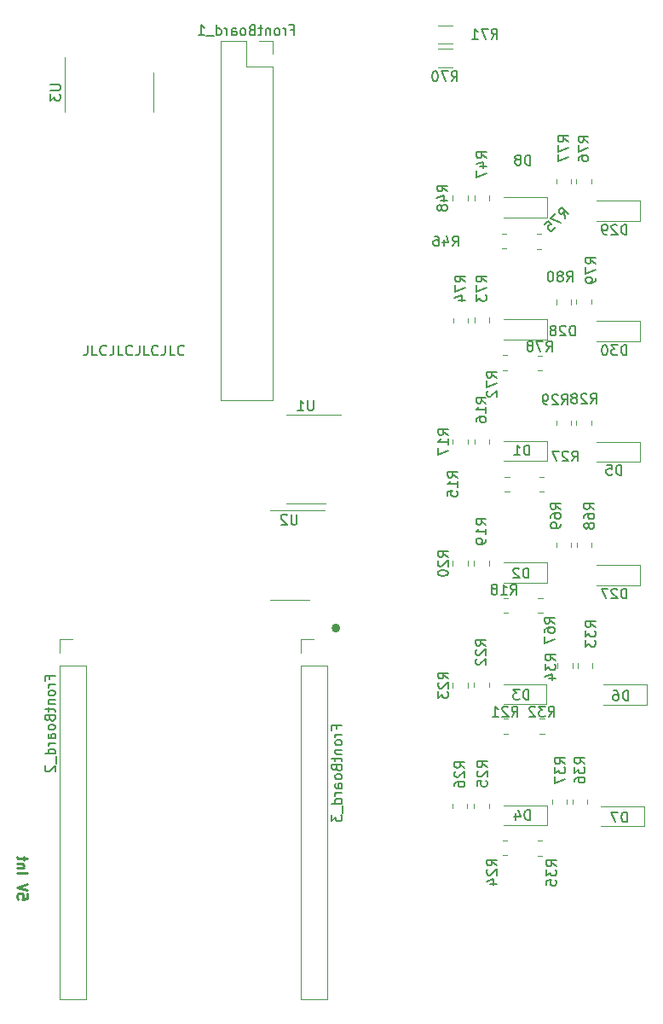
<source format=gbr>
%TF.GenerationSoftware,KiCad,Pcbnew,(6.0.6)*%
%TF.CreationDate,2022-11-26T14:50:16+01:00*%
%TF.ProjectId,wt,77742e6b-6963-4616-945f-706362585858,rev?*%
%TF.SameCoordinates,Original*%
%TF.FileFunction,Legend,Bot*%
%TF.FilePolarity,Positive*%
%FSLAX46Y46*%
G04 Gerber Fmt 4.6, Leading zero omitted, Abs format (unit mm)*
G04 Created by KiCad (PCBNEW (6.0.6)) date 2022-11-26 14:50:16*
%MOMM*%
%LPD*%
G01*
G04 APERTURE LIST*
%ADD10C,0.438673*%
%ADD11C,0.250000*%
%ADD12C,0.150000*%
%ADD13C,0.120000*%
G04 APERTURE END LIST*
D10*
X39563936Y-61544200D02*
G75*
G03*
X39563936Y-61544200I-219336J0D01*
G01*
D11*
X8675619Y-87907619D02*
X8675619Y-88383809D01*
X8199428Y-88431428D01*
X8247047Y-88383809D01*
X8294666Y-88288571D01*
X8294666Y-88050476D01*
X8247047Y-87955238D01*
X8199428Y-87907619D01*
X8104190Y-87860000D01*
X7866095Y-87860000D01*
X7770857Y-87907619D01*
X7723238Y-87955238D01*
X7675619Y-88050476D01*
X7675619Y-88288571D01*
X7723238Y-88383809D01*
X7770857Y-88431428D01*
X8675619Y-87574285D02*
X7675619Y-87240952D01*
X8675619Y-86907619D01*
X7675619Y-85812380D02*
X8675619Y-85812380D01*
X8342285Y-85336190D02*
X7675619Y-85336190D01*
X8247047Y-85336190D02*
X8294666Y-85288571D01*
X8342285Y-85193333D01*
X8342285Y-85050476D01*
X8294666Y-84955238D01*
X8199428Y-84907619D01*
X7675619Y-84907619D01*
X8342285Y-84574285D02*
X8342285Y-84193333D01*
X8675619Y-84431428D02*
X7818476Y-84431428D01*
X7723238Y-84383809D01*
X7675619Y-84288571D01*
X7675619Y-84193333D01*
D12*
%TO.C,REF\u002A\u002A*%
X14684952Y-33488380D02*
X14684952Y-34202666D01*
X14637333Y-34345523D01*
X14542095Y-34440761D01*
X14399238Y-34488380D01*
X14304000Y-34488380D01*
X15637333Y-34488380D02*
X15161142Y-34488380D01*
X15161142Y-33488380D01*
X16542095Y-34393142D02*
X16494476Y-34440761D01*
X16351619Y-34488380D01*
X16256380Y-34488380D01*
X16113523Y-34440761D01*
X16018285Y-34345523D01*
X15970666Y-34250285D01*
X15923047Y-34059809D01*
X15923047Y-33916952D01*
X15970666Y-33726476D01*
X16018285Y-33631238D01*
X16113523Y-33536000D01*
X16256380Y-33488380D01*
X16351619Y-33488380D01*
X16494476Y-33536000D01*
X16542095Y-33583619D01*
X17256380Y-33488380D02*
X17256380Y-34202666D01*
X17208761Y-34345523D01*
X17113523Y-34440761D01*
X16970666Y-34488380D01*
X16875428Y-34488380D01*
X18208761Y-34488380D02*
X17732571Y-34488380D01*
X17732571Y-33488380D01*
X19113523Y-34393142D02*
X19065904Y-34440761D01*
X18923047Y-34488380D01*
X18827809Y-34488380D01*
X18684952Y-34440761D01*
X18589714Y-34345523D01*
X18542095Y-34250285D01*
X18494476Y-34059809D01*
X18494476Y-33916952D01*
X18542095Y-33726476D01*
X18589714Y-33631238D01*
X18684952Y-33536000D01*
X18827809Y-33488380D01*
X18923047Y-33488380D01*
X19065904Y-33536000D01*
X19113523Y-33583619D01*
X19827809Y-33488380D02*
X19827809Y-34202666D01*
X19780190Y-34345523D01*
X19684952Y-34440761D01*
X19542095Y-34488380D01*
X19446857Y-34488380D01*
X20780190Y-34488380D02*
X20304000Y-34488380D01*
X20304000Y-33488380D01*
X21684952Y-34393142D02*
X21637333Y-34440761D01*
X21494476Y-34488380D01*
X21399238Y-34488380D01*
X21256380Y-34440761D01*
X21161142Y-34345523D01*
X21113523Y-34250285D01*
X21065904Y-34059809D01*
X21065904Y-33916952D01*
X21113523Y-33726476D01*
X21161142Y-33631238D01*
X21256380Y-33536000D01*
X21399238Y-33488380D01*
X21494476Y-33488380D01*
X21637333Y-33536000D01*
X21684952Y-33583619D01*
X22399238Y-33488380D02*
X22399238Y-34202666D01*
X22351619Y-34345523D01*
X22256380Y-34440761D01*
X22113523Y-34488380D01*
X22018285Y-34488380D01*
X23351619Y-34488380D02*
X22875428Y-34488380D01*
X22875428Y-33488380D01*
X24256380Y-34393142D02*
X24208761Y-34440761D01*
X24065904Y-34488380D01*
X23970666Y-34488380D01*
X23827809Y-34440761D01*
X23732571Y-34345523D01*
X23684952Y-34250285D01*
X23637333Y-34059809D01*
X23637333Y-33916952D01*
X23684952Y-33726476D01*
X23732571Y-33631238D01*
X23827809Y-33536000D01*
X23970666Y-33488380D01*
X24065904Y-33488380D01*
X24208761Y-33536000D01*
X24256380Y-33583619D01*
%TO.C,FrontBoard_3*%
X39425571Y-71565047D02*
X39425571Y-71231714D01*
X39949380Y-71231714D02*
X38949380Y-71231714D01*
X38949380Y-71707904D01*
X39949380Y-72088857D02*
X39282714Y-72088857D01*
X39473190Y-72088857D02*
X39377952Y-72136476D01*
X39330333Y-72184095D01*
X39282714Y-72279333D01*
X39282714Y-72374571D01*
X39949380Y-72850761D02*
X39901761Y-72755523D01*
X39854142Y-72707904D01*
X39758904Y-72660285D01*
X39473190Y-72660285D01*
X39377952Y-72707904D01*
X39330333Y-72755523D01*
X39282714Y-72850761D01*
X39282714Y-72993619D01*
X39330333Y-73088857D01*
X39377952Y-73136476D01*
X39473190Y-73184095D01*
X39758904Y-73184095D01*
X39854142Y-73136476D01*
X39901761Y-73088857D01*
X39949380Y-72993619D01*
X39949380Y-72850761D01*
X39282714Y-73612666D02*
X39949380Y-73612666D01*
X39377952Y-73612666D02*
X39330333Y-73660285D01*
X39282714Y-73755523D01*
X39282714Y-73898380D01*
X39330333Y-73993619D01*
X39425571Y-74041238D01*
X39949380Y-74041238D01*
X39282714Y-74374571D02*
X39282714Y-74755523D01*
X38949380Y-74517428D02*
X39806523Y-74517428D01*
X39901761Y-74565047D01*
X39949380Y-74660285D01*
X39949380Y-74755523D01*
X39425571Y-75422190D02*
X39473190Y-75565047D01*
X39520809Y-75612666D01*
X39616047Y-75660285D01*
X39758904Y-75660285D01*
X39854142Y-75612666D01*
X39901761Y-75565047D01*
X39949380Y-75469809D01*
X39949380Y-75088857D01*
X38949380Y-75088857D01*
X38949380Y-75422190D01*
X38997000Y-75517428D01*
X39044619Y-75565047D01*
X39139857Y-75612666D01*
X39235095Y-75612666D01*
X39330333Y-75565047D01*
X39377952Y-75517428D01*
X39425571Y-75422190D01*
X39425571Y-75088857D01*
X39949380Y-76231714D02*
X39901761Y-76136476D01*
X39854142Y-76088857D01*
X39758904Y-76041238D01*
X39473190Y-76041238D01*
X39377952Y-76088857D01*
X39330333Y-76136476D01*
X39282714Y-76231714D01*
X39282714Y-76374571D01*
X39330333Y-76469809D01*
X39377952Y-76517428D01*
X39473190Y-76565047D01*
X39758904Y-76565047D01*
X39854142Y-76517428D01*
X39901761Y-76469809D01*
X39949380Y-76374571D01*
X39949380Y-76231714D01*
X39949380Y-77422190D02*
X39425571Y-77422190D01*
X39330333Y-77374571D01*
X39282714Y-77279333D01*
X39282714Y-77088857D01*
X39330333Y-76993619D01*
X39901761Y-77422190D02*
X39949380Y-77326952D01*
X39949380Y-77088857D01*
X39901761Y-76993619D01*
X39806523Y-76946000D01*
X39711285Y-76946000D01*
X39616047Y-76993619D01*
X39568428Y-77088857D01*
X39568428Y-77326952D01*
X39520809Y-77422190D01*
X39949380Y-77898380D02*
X39282714Y-77898380D01*
X39473190Y-77898380D02*
X39377952Y-77946000D01*
X39330333Y-77993619D01*
X39282714Y-78088857D01*
X39282714Y-78184095D01*
X39949380Y-78946000D02*
X38949380Y-78946000D01*
X39901761Y-78946000D02*
X39949380Y-78850761D01*
X39949380Y-78660285D01*
X39901761Y-78565047D01*
X39854142Y-78517428D01*
X39758904Y-78469809D01*
X39473190Y-78469809D01*
X39377952Y-78517428D01*
X39330333Y-78565047D01*
X39282714Y-78660285D01*
X39282714Y-78850761D01*
X39330333Y-78946000D01*
X40044619Y-79184095D02*
X40044619Y-79946000D01*
X38949380Y-80088857D02*
X38949380Y-80707904D01*
X39330333Y-80374571D01*
X39330333Y-80517428D01*
X39377952Y-80612666D01*
X39425571Y-80660285D01*
X39520809Y-80707904D01*
X39758904Y-80707904D01*
X39854142Y-80660285D01*
X39901761Y-80612666D01*
X39949380Y-80517428D01*
X39949380Y-80231714D01*
X39901761Y-80136476D01*
X39854142Y-80088857D01*
%TO.C,R16*%
X54274980Y-39235142D02*
X53798790Y-38901809D01*
X54274980Y-38663714D02*
X53274980Y-38663714D01*
X53274980Y-39044666D01*
X53322600Y-39139904D01*
X53370219Y-39187523D01*
X53465457Y-39235142D01*
X53608314Y-39235142D01*
X53703552Y-39187523D01*
X53751171Y-39139904D01*
X53798790Y-39044666D01*
X53798790Y-38663714D01*
X54274980Y-40187523D02*
X54274980Y-39616095D01*
X54274980Y-39901809D02*
X53274980Y-39901809D01*
X53417838Y-39806571D01*
X53513076Y-39711333D01*
X53560695Y-39616095D01*
X53274980Y-41044666D02*
X53274980Y-40854190D01*
X53322600Y-40758952D01*
X53370219Y-40711333D01*
X53513076Y-40616095D01*
X53703552Y-40568476D01*
X54084504Y-40568476D01*
X54179742Y-40616095D01*
X54227361Y-40663714D01*
X54274980Y-40758952D01*
X54274980Y-40949428D01*
X54227361Y-41044666D01*
X54179742Y-41092285D01*
X54084504Y-41139904D01*
X53846409Y-41139904D01*
X53751171Y-41092285D01*
X53703552Y-41044666D01*
X53655933Y-40949428D01*
X53655933Y-40758952D01*
X53703552Y-40663714D01*
X53751171Y-40616095D01*
X53846409Y-40568476D01*
%TO.C,R37*%
X62123580Y-75023742D02*
X61647390Y-74690409D01*
X62123580Y-74452314D02*
X61123580Y-74452314D01*
X61123580Y-74833266D01*
X61171200Y-74928504D01*
X61218819Y-74976123D01*
X61314057Y-75023742D01*
X61456914Y-75023742D01*
X61552152Y-74976123D01*
X61599771Y-74928504D01*
X61647390Y-74833266D01*
X61647390Y-74452314D01*
X61123580Y-75357076D02*
X61123580Y-75976123D01*
X61504533Y-75642790D01*
X61504533Y-75785647D01*
X61552152Y-75880885D01*
X61599771Y-75928504D01*
X61695009Y-75976123D01*
X61933104Y-75976123D01*
X62028342Y-75928504D01*
X62075961Y-75880885D01*
X62123580Y-75785647D01*
X62123580Y-75499933D01*
X62075961Y-75404695D01*
X62028342Y-75357076D01*
X61123580Y-76309457D02*
X61123580Y-76976123D01*
X62123580Y-76547552D01*
%TO.C,R21*%
X56827657Y-70327780D02*
X57160990Y-69851590D01*
X57399085Y-70327780D02*
X57399085Y-69327780D01*
X57018133Y-69327780D01*
X56922895Y-69375400D01*
X56875276Y-69423019D01*
X56827657Y-69518257D01*
X56827657Y-69661114D01*
X56875276Y-69756352D01*
X56922895Y-69803971D01*
X57018133Y-69851590D01*
X57399085Y-69851590D01*
X56446704Y-69423019D02*
X56399085Y-69375400D01*
X56303847Y-69327780D01*
X56065752Y-69327780D01*
X55970514Y-69375400D01*
X55922895Y-69423019D01*
X55875276Y-69518257D01*
X55875276Y-69613495D01*
X55922895Y-69756352D01*
X56494323Y-70327780D01*
X55875276Y-70327780D01*
X54922895Y-70327780D02*
X55494323Y-70327780D01*
X55208609Y-70327780D02*
X55208609Y-69327780D01*
X55303847Y-69470638D01*
X55399085Y-69565876D01*
X55494323Y-69613495D01*
%TO.C,R76*%
X64434980Y-13327142D02*
X63958790Y-12993809D01*
X64434980Y-12755714D02*
X63434980Y-12755714D01*
X63434980Y-13136666D01*
X63482600Y-13231904D01*
X63530219Y-13279523D01*
X63625457Y-13327142D01*
X63768314Y-13327142D01*
X63863552Y-13279523D01*
X63911171Y-13231904D01*
X63958790Y-13136666D01*
X63958790Y-12755714D01*
X63434980Y-13660476D02*
X63434980Y-14327142D01*
X64434980Y-13898571D01*
X63434980Y-15136666D02*
X63434980Y-14946190D01*
X63482600Y-14850952D01*
X63530219Y-14803333D01*
X63673076Y-14708095D01*
X63863552Y-14660476D01*
X64244504Y-14660476D01*
X64339742Y-14708095D01*
X64387361Y-14755714D01*
X64434980Y-14850952D01*
X64434980Y-15041428D01*
X64387361Y-15136666D01*
X64339742Y-15184285D01*
X64244504Y-15231904D01*
X64006409Y-15231904D01*
X63911171Y-15184285D01*
X63863552Y-15136666D01*
X63815933Y-15041428D01*
X63815933Y-14850952D01*
X63863552Y-14755714D01*
X63911171Y-14708095D01*
X64006409Y-14660476D01*
%TO.C,D7*%
X68276695Y-80792580D02*
X68276695Y-79792580D01*
X68038600Y-79792580D01*
X67895742Y-79840200D01*
X67800504Y-79935438D01*
X67752885Y-80030676D01*
X67705266Y-80221152D01*
X67705266Y-80364009D01*
X67752885Y-80554485D01*
X67800504Y-80649723D01*
X67895742Y-80744961D01*
X68038600Y-80792580D01*
X68276695Y-80792580D01*
X67371933Y-79792580D02*
X66705266Y-79792580D01*
X67133838Y-80792580D01*
%TO.C,R68*%
X65019180Y-49776142D02*
X64542990Y-49442809D01*
X65019180Y-49204714D02*
X64019180Y-49204714D01*
X64019180Y-49585666D01*
X64066800Y-49680904D01*
X64114419Y-49728523D01*
X64209657Y-49776142D01*
X64352514Y-49776142D01*
X64447752Y-49728523D01*
X64495371Y-49680904D01*
X64542990Y-49585666D01*
X64542990Y-49204714D01*
X64019180Y-50633285D02*
X64019180Y-50442809D01*
X64066800Y-50347571D01*
X64114419Y-50299952D01*
X64257276Y-50204714D01*
X64447752Y-50157095D01*
X64828704Y-50157095D01*
X64923942Y-50204714D01*
X64971561Y-50252333D01*
X65019180Y-50347571D01*
X65019180Y-50538047D01*
X64971561Y-50633285D01*
X64923942Y-50680904D01*
X64828704Y-50728523D01*
X64590609Y-50728523D01*
X64495371Y-50680904D01*
X64447752Y-50633285D01*
X64400133Y-50538047D01*
X64400133Y-50347571D01*
X64447752Y-50252333D01*
X64495371Y-50204714D01*
X64590609Y-50157095D01*
X64447752Y-51299952D02*
X64400133Y-51204714D01*
X64352514Y-51157095D01*
X64257276Y-51109476D01*
X64209657Y-51109476D01*
X64114419Y-51157095D01*
X64066800Y-51204714D01*
X64019180Y-51299952D01*
X64019180Y-51490428D01*
X64066800Y-51585666D01*
X64114419Y-51633285D01*
X64209657Y-51680904D01*
X64257276Y-51680904D01*
X64352514Y-51633285D01*
X64400133Y-51585666D01*
X64447752Y-51490428D01*
X64447752Y-51299952D01*
X64495371Y-51204714D01*
X64542990Y-51157095D01*
X64638228Y-51109476D01*
X64828704Y-51109476D01*
X64923942Y-51157095D01*
X64971561Y-51204714D01*
X65019180Y-51299952D01*
X65019180Y-51490428D01*
X64971561Y-51585666D01*
X64923942Y-51633285D01*
X64828704Y-51680904D01*
X64638228Y-51680904D01*
X64542990Y-51633285D01*
X64495371Y-51585666D01*
X64447752Y-51490428D01*
%TO.C,R28*%
X64650857Y-39263580D02*
X64984190Y-38787390D01*
X65222285Y-39263580D02*
X65222285Y-38263580D01*
X64841333Y-38263580D01*
X64746095Y-38311200D01*
X64698476Y-38358819D01*
X64650857Y-38454057D01*
X64650857Y-38596914D01*
X64698476Y-38692152D01*
X64746095Y-38739771D01*
X64841333Y-38787390D01*
X65222285Y-38787390D01*
X64269904Y-38358819D02*
X64222285Y-38311200D01*
X64127047Y-38263580D01*
X63888952Y-38263580D01*
X63793714Y-38311200D01*
X63746095Y-38358819D01*
X63698476Y-38454057D01*
X63698476Y-38549295D01*
X63746095Y-38692152D01*
X64317523Y-39263580D01*
X63698476Y-39263580D01*
X63127047Y-38692152D02*
X63222285Y-38644533D01*
X63269904Y-38596914D01*
X63317523Y-38501676D01*
X63317523Y-38454057D01*
X63269904Y-38358819D01*
X63222285Y-38311200D01*
X63127047Y-38263580D01*
X62936571Y-38263580D01*
X62841333Y-38311200D01*
X62793714Y-38358819D01*
X62746095Y-38454057D01*
X62746095Y-38501676D01*
X62793714Y-38596914D01*
X62841333Y-38644533D01*
X62936571Y-38692152D01*
X63127047Y-38692152D01*
X63222285Y-38739771D01*
X63269904Y-38787390D01*
X63317523Y-38882628D01*
X63317523Y-39073104D01*
X63269904Y-39168342D01*
X63222285Y-39215961D01*
X63127047Y-39263580D01*
X62936571Y-39263580D01*
X62841333Y-39215961D01*
X62793714Y-39168342D01*
X62746095Y-39073104D01*
X62746095Y-38882628D01*
X62793714Y-38787390D01*
X62841333Y-38739771D01*
X62936571Y-38692152D01*
%TO.C,D5*%
X67743295Y-46349180D02*
X67743295Y-45349180D01*
X67505200Y-45349180D01*
X67362342Y-45396800D01*
X67267104Y-45492038D01*
X67219485Y-45587276D01*
X67171866Y-45777752D01*
X67171866Y-45920609D01*
X67219485Y-46111085D01*
X67267104Y-46206323D01*
X67362342Y-46301561D01*
X67505200Y-46349180D01*
X67743295Y-46349180D01*
X66267104Y-45349180D02*
X66743295Y-45349180D01*
X66790914Y-45825371D01*
X66743295Y-45777752D01*
X66648057Y-45730133D01*
X66409961Y-45730133D01*
X66314723Y-45777752D01*
X66267104Y-45825371D01*
X66219485Y-45920609D01*
X66219485Y-46158704D01*
X66267104Y-46253942D01*
X66314723Y-46301561D01*
X66409961Y-46349180D01*
X66648057Y-46349180D01*
X66743295Y-46301561D01*
X66790914Y-46253942D01*
%TO.C,R19*%
X54274980Y-51300142D02*
X53798790Y-50966809D01*
X54274980Y-50728714D02*
X53274980Y-50728714D01*
X53274980Y-51109666D01*
X53322600Y-51204904D01*
X53370219Y-51252523D01*
X53465457Y-51300142D01*
X53608314Y-51300142D01*
X53703552Y-51252523D01*
X53751171Y-51204904D01*
X53798790Y-51109666D01*
X53798790Y-50728714D01*
X54274980Y-52252523D02*
X54274980Y-51681095D01*
X54274980Y-51966809D02*
X53274980Y-51966809D01*
X53417838Y-51871571D01*
X53513076Y-51776333D01*
X53560695Y-51681095D01*
X54274980Y-52728714D02*
X54274980Y-52919190D01*
X54227361Y-53014428D01*
X54179742Y-53062047D01*
X54036885Y-53157285D01*
X53846409Y-53204904D01*
X53465457Y-53204904D01*
X53370219Y-53157285D01*
X53322600Y-53109666D01*
X53274980Y-53014428D01*
X53274980Y-52823952D01*
X53322600Y-52728714D01*
X53370219Y-52681095D01*
X53465457Y-52633476D01*
X53703552Y-52633476D01*
X53798790Y-52681095D01*
X53846409Y-52728714D01*
X53894028Y-52823952D01*
X53894028Y-53014428D01*
X53846409Y-53109666D01*
X53798790Y-53157285D01*
X53703552Y-53204904D01*
%TO.C,R35*%
X61259980Y-85183142D02*
X60783790Y-84849809D01*
X61259980Y-84611714D02*
X60259980Y-84611714D01*
X60259980Y-84992666D01*
X60307600Y-85087904D01*
X60355219Y-85135523D01*
X60450457Y-85183142D01*
X60593314Y-85183142D01*
X60688552Y-85135523D01*
X60736171Y-85087904D01*
X60783790Y-84992666D01*
X60783790Y-84611714D01*
X60259980Y-85516476D02*
X60259980Y-86135523D01*
X60640933Y-85802190D01*
X60640933Y-85945047D01*
X60688552Y-86040285D01*
X60736171Y-86087904D01*
X60831409Y-86135523D01*
X61069504Y-86135523D01*
X61164742Y-86087904D01*
X61212361Y-86040285D01*
X61259980Y-85945047D01*
X61259980Y-85659333D01*
X61212361Y-85564095D01*
X61164742Y-85516476D01*
X60259980Y-87040285D02*
X60259980Y-86564095D01*
X60736171Y-86516476D01*
X60688552Y-86564095D01*
X60640933Y-86659333D01*
X60640933Y-86897428D01*
X60688552Y-86992666D01*
X60736171Y-87040285D01*
X60831409Y-87087904D01*
X61069504Y-87087904D01*
X61164742Y-87040285D01*
X61212361Y-86992666D01*
X61259980Y-86897428D01*
X61259980Y-86659333D01*
X61212361Y-86564095D01*
X61164742Y-86516476D01*
%TO.C,D2*%
X58497695Y-56586380D02*
X58497695Y-55586380D01*
X58259600Y-55586380D01*
X58116742Y-55634000D01*
X58021504Y-55729238D01*
X57973885Y-55824476D01*
X57926266Y-56014952D01*
X57926266Y-56157809D01*
X57973885Y-56348285D01*
X58021504Y-56443523D01*
X58116742Y-56538761D01*
X58259600Y-56586380D01*
X58497695Y-56586380D01*
X57545314Y-55681619D02*
X57497695Y-55634000D01*
X57402457Y-55586380D01*
X57164361Y-55586380D01*
X57069123Y-55634000D01*
X57021504Y-55681619D01*
X56973885Y-55776857D01*
X56973885Y-55872095D01*
X57021504Y-56014952D01*
X57592933Y-56586380D01*
X56973885Y-56586380D01*
%TO.C,R22*%
X54241880Y-63281442D02*
X53765690Y-62948109D01*
X54241880Y-62710014D02*
X53241880Y-62710014D01*
X53241880Y-63090966D01*
X53289500Y-63186204D01*
X53337119Y-63233823D01*
X53432357Y-63281442D01*
X53575214Y-63281442D01*
X53670452Y-63233823D01*
X53718071Y-63186204D01*
X53765690Y-63090966D01*
X53765690Y-62710014D01*
X53337119Y-63662395D02*
X53289500Y-63710014D01*
X53241880Y-63805252D01*
X53241880Y-64043347D01*
X53289500Y-64138585D01*
X53337119Y-64186204D01*
X53432357Y-64233823D01*
X53527595Y-64233823D01*
X53670452Y-64186204D01*
X54241880Y-63614776D01*
X54241880Y-64233823D01*
X53337119Y-64614776D02*
X53289500Y-64662395D01*
X53241880Y-64757633D01*
X53241880Y-64995728D01*
X53289500Y-65090966D01*
X53337119Y-65138585D01*
X53432357Y-65186204D01*
X53527595Y-65186204D01*
X53670452Y-65138585D01*
X54241880Y-64567157D01*
X54241880Y-65186204D01*
%TO.C,FrontBoard_1*%
X34860952Y-2195971D02*
X35194285Y-2195971D01*
X35194285Y-2719780D02*
X35194285Y-1719780D01*
X34718095Y-1719780D01*
X34337142Y-2719780D02*
X34337142Y-2053114D01*
X34337142Y-2243590D02*
X34289523Y-2148352D01*
X34241904Y-2100733D01*
X34146666Y-2053114D01*
X34051428Y-2053114D01*
X33575238Y-2719780D02*
X33670476Y-2672161D01*
X33718095Y-2624542D01*
X33765714Y-2529304D01*
X33765714Y-2243590D01*
X33718095Y-2148352D01*
X33670476Y-2100733D01*
X33575238Y-2053114D01*
X33432380Y-2053114D01*
X33337142Y-2100733D01*
X33289523Y-2148352D01*
X33241904Y-2243590D01*
X33241904Y-2529304D01*
X33289523Y-2624542D01*
X33337142Y-2672161D01*
X33432380Y-2719780D01*
X33575238Y-2719780D01*
X32813333Y-2053114D02*
X32813333Y-2719780D01*
X32813333Y-2148352D02*
X32765714Y-2100733D01*
X32670476Y-2053114D01*
X32527619Y-2053114D01*
X32432380Y-2100733D01*
X32384761Y-2195971D01*
X32384761Y-2719780D01*
X32051428Y-2053114D02*
X31670476Y-2053114D01*
X31908571Y-1719780D02*
X31908571Y-2576923D01*
X31860952Y-2672161D01*
X31765714Y-2719780D01*
X31670476Y-2719780D01*
X31003809Y-2195971D02*
X30860952Y-2243590D01*
X30813333Y-2291209D01*
X30765714Y-2386447D01*
X30765714Y-2529304D01*
X30813333Y-2624542D01*
X30860952Y-2672161D01*
X30956190Y-2719780D01*
X31337142Y-2719780D01*
X31337142Y-1719780D01*
X31003809Y-1719780D01*
X30908571Y-1767400D01*
X30860952Y-1815019D01*
X30813333Y-1910257D01*
X30813333Y-2005495D01*
X30860952Y-2100733D01*
X30908571Y-2148352D01*
X31003809Y-2195971D01*
X31337142Y-2195971D01*
X30194285Y-2719780D02*
X30289523Y-2672161D01*
X30337142Y-2624542D01*
X30384761Y-2529304D01*
X30384761Y-2243590D01*
X30337142Y-2148352D01*
X30289523Y-2100733D01*
X30194285Y-2053114D01*
X30051428Y-2053114D01*
X29956190Y-2100733D01*
X29908571Y-2148352D01*
X29860952Y-2243590D01*
X29860952Y-2529304D01*
X29908571Y-2624542D01*
X29956190Y-2672161D01*
X30051428Y-2719780D01*
X30194285Y-2719780D01*
X29003809Y-2719780D02*
X29003809Y-2195971D01*
X29051428Y-2100733D01*
X29146666Y-2053114D01*
X29337142Y-2053114D01*
X29432380Y-2100733D01*
X29003809Y-2672161D02*
X29099047Y-2719780D01*
X29337142Y-2719780D01*
X29432380Y-2672161D01*
X29480000Y-2576923D01*
X29480000Y-2481685D01*
X29432380Y-2386447D01*
X29337142Y-2338828D01*
X29099047Y-2338828D01*
X29003809Y-2291209D01*
X28527619Y-2719780D02*
X28527619Y-2053114D01*
X28527619Y-2243590D02*
X28480000Y-2148352D01*
X28432380Y-2100733D01*
X28337142Y-2053114D01*
X28241904Y-2053114D01*
X27480000Y-2719780D02*
X27480000Y-1719780D01*
X27480000Y-2672161D02*
X27575238Y-2719780D01*
X27765714Y-2719780D01*
X27860952Y-2672161D01*
X27908571Y-2624542D01*
X27956190Y-2529304D01*
X27956190Y-2243590D01*
X27908571Y-2148352D01*
X27860952Y-2100733D01*
X27765714Y-2053114D01*
X27575238Y-2053114D01*
X27480000Y-2100733D01*
X27241904Y-2815019D02*
X26480000Y-2815019D01*
X25718095Y-2719780D02*
X26289523Y-2719780D01*
X26003809Y-2719780D02*
X26003809Y-1719780D01*
X26099047Y-1862638D01*
X26194285Y-1957876D01*
X26289523Y-2005495D01*
%TO.C,R23*%
X50514080Y-66563642D02*
X50037890Y-66230309D01*
X50514080Y-65992214D02*
X49514080Y-65992214D01*
X49514080Y-66373166D01*
X49561700Y-66468404D01*
X49609319Y-66516023D01*
X49704557Y-66563642D01*
X49847414Y-66563642D01*
X49942652Y-66516023D01*
X49990271Y-66468404D01*
X50037890Y-66373166D01*
X50037890Y-65992214D01*
X49609319Y-66944595D02*
X49561700Y-66992214D01*
X49514080Y-67087452D01*
X49514080Y-67325547D01*
X49561700Y-67420785D01*
X49609319Y-67468404D01*
X49704557Y-67516023D01*
X49799795Y-67516023D01*
X49942652Y-67468404D01*
X50514080Y-66896976D01*
X50514080Y-67516023D01*
X49514080Y-67849357D02*
X49514080Y-68468404D01*
X49895033Y-68135071D01*
X49895033Y-68277928D01*
X49942652Y-68373166D01*
X49990271Y-68420785D01*
X50085509Y-68468404D01*
X50323604Y-68468404D01*
X50418842Y-68420785D01*
X50466461Y-68373166D01*
X50514080Y-68277928D01*
X50514080Y-67992214D01*
X50466461Y-67896976D01*
X50418842Y-67849357D01*
%TO.C,R18*%
X56700657Y-58211980D02*
X57033990Y-57735790D01*
X57272085Y-58211980D02*
X57272085Y-57211980D01*
X56891133Y-57211980D01*
X56795895Y-57259600D01*
X56748276Y-57307219D01*
X56700657Y-57402457D01*
X56700657Y-57545314D01*
X56748276Y-57640552D01*
X56795895Y-57688171D01*
X56891133Y-57735790D01*
X57272085Y-57735790D01*
X55748276Y-58211980D02*
X56319704Y-58211980D01*
X56033990Y-58211980D02*
X56033990Y-57211980D01*
X56129228Y-57354838D01*
X56224466Y-57450076D01*
X56319704Y-57497695D01*
X55176847Y-57640552D02*
X55272085Y-57592933D01*
X55319704Y-57545314D01*
X55367323Y-57450076D01*
X55367323Y-57402457D01*
X55319704Y-57307219D01*
X55272085Y-57259600D01*
X55176847Y-57211980D01*
X54986371Y-57211980D01*
X54891133Y-57259600D01*
X54843514Y-57307219D01*
X54795895Y-57402457D01*
X54795895Y-57450076D01*
X54843514Y-57545314D01*
X54891133Y-57592933D01*
X54986371Y-57640552D01*
X55176847Y-57640552D01*
X55272085Y-57688171D01*
X55319704Y-57735790D01*
X55367323Y-57831028D01*
X55367323Y-58021504D01*
X55319704Y-58116742D01*
X55272085Y-58164361D01*
X55176847Y-58211980D01*
X54986371Y-58211980D01*
X54891133Y-58164361D01*
X54843514Y-58116742D01*
X54795895Y-58021504D01*
X54795895Y-57831028D01*
X54843514Y-57735790D01*
X54891133Y-57688171D01*
X54986371Y-57640552D01*
%TO.C,R69*%
X61691780Y-49750742D02*
X61215590Y-49417409D01*
X61691780Y-49179314D02*
X60691780Y-49179314D01*
X60691780Y-49560266D01*
X60739400Y-49655504D01*
X60787019Y-49703123D01*
X60882257Y-49750742D01*
X61025114Y-49750742D01*
X61120352Y-49703123D01*
X61167971Y-49655504D01*
X61215590Y-49560266D01*
X61215590Y-49179314D01*
X60691780Y-50607885D02*
X60691780Y-50417409D01*
X60739400Y-50322171D01*
X60787019Y-50274552D01*
X60929876Y-50179314D01*
X61120352Y-50131695D01*
X61501304Y-50131695D01*
X61596542Y-50179314D01*
X61644161Y-50226933D01*
X61691780Y-50322171D01*
X61691780Y-50512647D01*
X61644161Y-50607885D01*
X61596542Y-50655504D01*
X61501304Y-50703123D01*
X61263209Y-50703123D01*
X61167971Y-50655504D01*
X61120352Y-50607885D01*
X61072733Y-50512647D01*
X61072733Y-50322171D01*
X61120352Y-50226933D01*
X61167971Y-50179314D01*
X61263209Y-50131695D01*
X61691780Y-51179314D02*
X61691780Y-51369790D01*
X61644161Y-51465028D01*
X61596542Y-51512647D01*
X61453685Y-51607885D01*
X61263209Y-51655504D01*
X60882257Y-51655504D01*
X60787019Y-51607885D01*
X60739400Y-51560266D01*
X60691780Y-51465028D01*
X60691780Y-51274552D01*
X60739400Y-51179314D01*
X60787019Y-51131695D01*
X60882257Y-51084076D01*
X61120352Y-51084076D01*
X61215590Y-51131695D01*
X61263209Y-51179314D01*
X61310828Y-51274552D01*
X61310828Y-51465028D01*
X61263209Y-51560266D01*
X61215590Y-51607885D01*
X61120352Y-51655504D01*
%TO.C,R48*%
X50414180Y-18229342D02*
X49937990Y-17896009D01*
X50414180Y-17657914D02*
X49414180Y-17657914D01*
X49414180Y-18038866D01*
X49461800Y-18134104D01*
X49509419Y-18181723D01*
X49604657Y-18229342D01*
X49747514Y-18229342D01*
X49842752Y-18181723D01*
X49890371Y-18134104D01*
X49937990Y-18038866D01*
X49937990Y-17657914D01*
X49747514Y-19086485D02*
X50414180Y-19086485D01*
X49366561Y-18848390D02*
X50080847Y-18610295D01*
X50080847Y-19229342D01*
X49842752Y-19753152D02*
X49795133Y-19657914D01*
X49747514Y-19610295D01*
X49652276Y-19562676D01*
X49604657Y-19562676D01*
X49509419Y-19610295D01*
X49461800Y-19657914D01*
X49414180Y-19753152D01*
X49414180Y-19943628D01*
X49461800Y-20038866D01*
X49509419Y-20086485D01*
X49604657Y-20134104D01*
X49652276Y-20134104D01*
X49747514Y-20086485D01*
X49795133Y-20038866D01*
X49842752Y-19943628D01*
X49842752Y-19753152D01*
X49890371Y-19657914D01*
X49937990Y-19610295D01*
X50033228Y-19562676D01*
X50223704Y-19562676D01*
X50318942Y-19610295D01*
X50366561Y-19657914D01*
X50414180Y-19753152D01*
X50414180Y-19943628D01*
X50366561Y-20038866D01*
X50318942Y-20086485D01*
X50223704Y-20134104D01*
X50033228Y-20134104D01*
X49937990Y-20086485D01*
X49890371Y-20038866D01*
X49842752Y-19943628D01*
%TO.C,D30*%
X68254085Y-34462980D02*
X68254085Y-33462980D01*
X68015990Y-33462980D01*
X67873133Y-33510600D01*
X67777895Y-33605838D01*
X67730276Y-33701076D01*
X67682657Y-33891552D01*
X67682657Y-34034409D01*
X67730276Y-34224885D01*
X67777895Y-34320123D01*
X67873133Y-34415361D01*
X68015990Y-34462980D01*
X68254085Y-34462980D01*
X67349323Y-33462980D02*
X66730276Y-33462980D01*
X67063609Y-33843933D01*
X66920752Y-33843933D01*
X66825514Y-33891552D01*
X66777895Y-33939171D01*
X66730276Y-34034409D01*
X66730276Y-34272504D01*
X66777895Y-34367742D01*
X66825514Y-34415361D01*
X66920752Y-34462980D01*
X67206466Y-34462980D01*
X67301704Y-34415361D01*
X67349323Y-34367742D01*
X66111228Y-33462980D02*
X66015990Y-33462980D01*
X65920752Y-33510600D01*
X65873133Y-33558219D01*
X65825514Y-33653457D01*
X65777895Y-33843933D01*
X65777895Y-34082028D01*
X65825514Y-34272504D01*
X65873133Y-34367742D01*
X65920752Y-34415361D01*
X66015990Y-34462980D01*
X66111228Y-34462980D01*
X66206466Y-34415361D01*
X66254085Y-34367742D01*
X66301704Y-34272504D01*
X66349323Y-34082028D01*
X66349323Y-33843933D01*
X66301704Y-33653457D01*
X66254085Y-33558219D01*
X66206466Y-33510600D01*
X66111228Y-33462980D01*
%TO.C,R70*%
X50833257Y-7284980D02*
X51166590Y-6808790D01*
X51404685Y-7284980D02*
X51404685Y-6284980D01*
X51023733Y-6284980D01*
X50928495Y-6332600D01*
X50880876Y-6380219D01*
X50833257Y-6475457D01*
X50833257Y-6618314D01*
X50880876Y-6713552D01*
X50928495Y-6761171D01*
X51023733Y-6808790D01*
X51404685Y-6808790D01*
X50499923Y-6284980D02*
X49833257Y-6284980D01*
X50261828Y-7284980D01*
X49261828Y-6284980D02*
X49166590Y-6284980D01*
X49071352Y-6332600D01*
X49023733Y-6380219D01*
X48976114Y-6475457D01*
X48928495Y-6665933D01*
X48928495Y-6904028D01*
X48976114Y-7094504D01*
X49023733Y-7189742D01*
X49071352Y-7237361D01*
X49166590Y-7284980D01*
X49261828Y-7284980D01*
X49357066Y-7237361D01*
X49404685Y-7189742D01*
X49452304Y-7094504D01*
X49499923Y-6904028D01*
X49499923Y-6665933D01*
X49452304Y-6475457D01*
X49404685Y-6380219D01*
X49357066Y-6332600D01*
X49261828Y-6284980D01*
%TO.C,D29*%
X68244885Y-22499580D02*
X68244885Y-21499580D01*
X68006790Y-21499580D01*
X67863933Y-21547200D01*
X67768695Y-21642438D01*
X67721076Y-21737676D01*
X67673457Y-21928152D01*
X67673457Y-22071009D01*
X67721076Y-22261485D01*
X67768695Y-22356723D01*
X67863933Y-22451961D01*
X68006790Y-22499580D01*
X68244885Y-22499580D01*
X67292504Y-21594819D02*
X67244885Y-21547200D01*
X67149647Y-21499580D01*
X66911552Y-21499580D01*
X66816314Y-21547200D01*
X66768695Y-21594819D01*
X66721076Y-21690057D01*
X66721076Y-21785295D01*
X66768695Y-21928152D01*
X67340123Y-22499580D01*
X66721076Y-22499580D01*
X66244885Y-22499580D02*
X66054409Y-22499580D01*
X65959171Y-22451961D01*
X65911552Y-22404342D01*
X65816314Y-22261485D01*
X65768695Y-22071009D01*
X65768695Y-21690057D01*
X65816314Y-21594819D01*
X65863933Y-21547200D01*
X65959171Y-21499580D01*
X66149647Y-21499580D01*
X66244885Y-21547200D01*
X66292504Y-21594819D01*
X66340123Y-21690057D01*
X66340123Y-21928152D01*
X66292504Y-22023390D01*
X66244885Y-22071009D01*
X66149647Y-22118628D01*
X65959171Y-22118628D01*
X65863933Y-22071009D01*
X65816314Y-22023390D01*
X65768695Y-21928152D01*
%TO.C,D3*%
X58497695Y-68625980D02*
X58497695Y-67625980D01*
X58259600Y-67625980D01*
X58116742Y-67673600D01*
X58021504Y-67768838D01*
X57973885Y-67864076D01*
X57926266Y-68054552D01*
X57926266Y-68197409D01*
X57973885Y-68387885D01*
X58021504Y-68483123D01*
X58116742Y-68578361D01*
X58259600Y-68625980D01*
X58497695Y-68625980D01*
X57592933Y-67625980D02*
X56973885Y-67625980D01*
X57307219Y-68006933D01*
X57164361Y-68006933D01*
X57069123Y-68054552D01*
X57021504Y-68102171D01*
X56973885Y-68197409D01*
X56973885Y-68435504D01*
X57021504Y-68530742D01*
X57069123Y-68578361D01*
X57164361Y-68625980D01*
X57450076Y-68625980D01*
X57545314Y-68578361D01*
X57592933Y-68530742D01*
%TO.C,R15*%
X51430180Y-46601142D02*
X50953990Y-46267809D01*
X51430180Y-46029714D02*
X50430180Y-46029714D01*
X50430180Y-46410666D01*
X50477800Y-46505904D01*
X50525419Y-46553523D01*
X50620657Y-46601142D01*
X50763514Y-46601142D01*
X50858752Y-46553523D01*
X50906371Y-46505904D01*
X50953990Y-46410666D01*
X50953990Y-46029714D01*
X51430180Y-47553523D02*
X51430180Y-46982095D01*
X51430180Y-47267809D02*
X50430180Y-47267809D01*
X50573038Y-47172571D01*
X50668276Y-47077333D01*
X50715895Y-46982095D01*
X50430180Y-48458285D02*
X50430180Y-47982095D01*
X50906371Y-47934476D01*
X50858752Y-47982095D01*
X50811133Y-48077333D01*
X50811133Y-48315428D01*
X50858752Y-48410666D01*
X50906371Y-48458285D01*
X51001609Y-48505904D01*
X51239704Y-48505904D01*
X51334942Y-48458285D01*
X51382561Y-48410666D01*
X51430180Y-48315428D01*
X51430180Y-48077333D01*
X51382561Y-47982095D01*
X51334942Y-47934476D01*
%TO.C,R27*%
X62796657Y-44978580D02*
X63129990Y-44502390D01*
X63368085Y-44978580D02*
X63368085Y-43978580D01*
X62987133Y-43978580D01*
X62891895Y-44026200D01*
X62844276Y-44073819D01*
X62796657Y-44169057D01*
X62796657Y-44311914D01*
X62844276Y-44407152D01*
X62891895Y-44454771D01*
X62987133Y-44502390D01*
X63368085Y-44502390D01*
X62415704Y-44073819D02*
X62368085Y-44026200D01*
X62272847Y-43978580D01*
X62034752Y-43978580D01*
X61939514Y-44026200D01*
X61891895Y-44073819D01*
X61844276Y-44169057D01*
X61844276Y-44264295D01*
X61891895Y-44407152D01*
X62463323Y-44978580D01*
X61844276Y-44978580D01*
X61510942Y-43978580D02*
X60844276Y-43978580D01*
X61272847Y-44978580D01*
%TO.C,R75*%
X62090050Y-20901112D02*
X61989035Y-20328693D01*
X62494111Y-20497051D02*
X61787004Y-19789945D01*
X61517630Y-20059319D01*
X61483958Y-20160334D01*
X61483958Y-20227677D01*
X61517630Y-20328693D01*
X61618645Y-20429708D01*
X61719661Y-20463380D01*
X61787004Y-20463380D01*
X61888019Y-20429708D01*
X62157393Y-20160334D01*
X61147241Y-20429708D02*
X60675836Y-20901112D01*
X61685989Y-21305174D01*
X60069745Y-21507204D02*
X60406462Y-21170487D01*
X60776851Y-21473532D01*
X60709508Y-21473532D01*
X60608493Y-21507204D01*
X60440134Y-21675563D01*
X60406462Y-21776578D01*
X60406462Y-21843922D01*
X60440134Y-21944937D01*
X60608493Y-22113296D01*
X60709508Y-22146967D01*
X60776851Y-22146967D01*
X60877867Y-22113296D01*
X61046225Y-21944937D01*
X61079897Y-21843922D01*
X61079897Y-21776578D01*
%TO.C,D8*%
X58677095Y-15613580D02*
X58677095Y-14613580D01*
X58439000Y-14613580D01*
X58296142Y-14661200D01*
X58200904Y-14756438D01*
X58153285Y-14851676D01*
X58105666Y-15042152D01*
X58105666Y-15185009D01*
X58153285Y-15375485D01*
X58200904Y-15470723D01*
X58296142Y-15565961D01*
X58439000Y-15613580D01*
X58677095Y-15613580D01*
X57534238Y-15042152D02*
X57629476Y-14994533D01*
X57677095Y-14946914D01*
X57724714Y-14851676D01*
X57724714Y-14804057D01*
X57677095Y-14708819D01*
X57629476Y-14661200D01*
X57534238Y-14613580D01*
X57343761Y-14613580D01*
X57248523Y-14661200D01*
X57200904Y-14708819D01*
X57153285Y-14804057D01*
X57153285Y-14851676D01*
X57200904Y-14946914D01*
X57248523Y-14994533D01*
X57343761Y-15042152D01*
X57534238Y-15042152D01*
X57629476Y-15089771D01*
X57677095Y-15137390D01*
X57724714Y-15232628D01*
X57724714Y-15423104D01*
X57677095Y-15518342D01*
X57629476Y-15565961D01*
X57534238Y-15613580D01*
X57343761Y-15613580D01*
X57248523Y-15565961D01*
X57200904Y-15518342D01*
X57153285Y-15423104D01*
X57153285Y-15232628D01*
X57200904Y-15137390D01*
X57248523Y-15089771D01*
X57343761Y-15042152D01*
%TO.C,R46*%
X50934857Y-23647180D02*
X51268190Y-23170990D01*
X51506285Y-23647180D02*
X51506285Y-22647180D01*
X51125333Y-22647180D01*
X51030095Y-22694800D01*
X50982476Y-22742419D01*
X50934857Y-22837657D01*
X50934857Y-22980514D01*
X50982476Y-23075752D01*
X51030095Y-23123371D01*
X51125333Y-23170990D01*
X51506285Y-23170990D01*
X50077714Y-22980514D02*
X50077714Y-23647180D01*
X50315809Y-22599561D02*
X50553904Y-23313847D01*
X49934857Y-23313847D01*
X49125333Y-22647180D02*
X49315809Y-22647180D01*
X49411047Y-22694800D01*
X49458666Y-22742419D01*
X49553904Y-22885276D01*
X49601523Y-23075752D01*
X49601523Y-23456704D01*
X49553904Y-23551942D01*
X49506285Y-23599561D01*
X49411047Y-23647180D01*
X49220571Y-23647180D01*
X49125333Y-23599561D01*
X49077714Y-23551942D01*
X49030095Y-23456704D01*
X49030095Y-23218609D01*
X49077714Y-23123371D01*
X49125333Y-23075752D01*
X49220571Y-23028133D01*
X49411047Y-23028133D01*
X49506285Y-23075752D01*
X49553904Y-23123371D01*
X49601523Y-23218609D01*
%TO.C,R71*%
X54795657Y-3093980D02*
X55128990Y-2617790D01*
X55367085Y-3093980D02*
X55367085Y-2093980D01*
X54986133Y-2093980D01*
X54890895Y-2141600D01*
X54843276Y-2189219D01*
X54795657Y-2284457D01*
X54795657Y-2427314D01*
X54843276Y-2522552D01*
X54890895Y-2570171D01*
X54986133Y-2617790D01*
X55367085Y-2617790D01*
X54462323Y-2093980D02*
X53795657Y-2093980D01*
X54224228Y-3093980D01*
X52890895Y-3093980D02*
X53462323Y-3093980D01*
X53176609Y-3093980D02*
X53176609Y-2093980D01*
X53271847Y-2236838D01*
X53367085Y-2332076D01*
X53462323Y-2379695D01*
%TO.C,R17*%
X50516780Y-42384742D02*
X50040590Y-42051409D01*
X50516780Y-41813314D02*
X49516780Y-41813314D01*
X49516780Y-42194266D01*
X49564400Y-42289504D01*
X49612019Y-42337123D01*
X49707257Y-42384742D01*
X49850114Y-42384742D01*
X49945352Y-42337123D01*
X49992971Y-42289504D01*
X50040590Y-42194266D01*
X50040590Y-41813314D01*
X50516780Y-43337123D02*
X50516780Y-42765695D01*
X50516780Y-43051409D02*
X49516780Y-43051409D01*
X49659638Y-42956171D01*
X49754876Y-42860933D01*
X49802495Y-42765695D01*
X49516780Y-43670457D02*
X49516780Y-44337123D01*
X50516780Y-43908552D01*
%TO.C,R72*%
X55341780Y-36695142D02*
X54865590Y-36361809D01*
X55341780Y-36123714D02*
X54341780Y-36123714D01*
X54341780Y-36504666D01*
X54389400Y-36599904D01*
X54437019Y-36647523D01*
X54532257Y-36695142D01*
X54675114Y-36695142D01*
X54770352Y-36647523D01*
X54817971Y-36599904D01*
X54865590Y-36504666D01*
X54865590Y-36123714D01*
X54341780Y-37028476D02*
X54341780Y-37695142D01*
X55341780Y-37266571D01*
X54437019Y-38028476D02*
X54389400Y-38076095D01*
X54341780Y-38171333D01*
X54341780Y-38409428D01*
X54389400Y-38504666D01*
X54437019Y-38552285D01*
X54532257Y-38599904D01*
X54627495Y-38599904D01*
X54770352Y-38552285D01*
X55341780Y-37980857D01*
X55341780Y-38599904D01*
%TO.C,U3*%
X10987180Y-7620095D02*
X11796704Y-7620095D01*
X11891942Y-7667714D01*
X11939561Y-7715333D01*
X11987180Y-7810571D01*
X11987180Y-8001047D01*
X11939561Y-8096285D01*
X11891942Y-8143904D01*
X11796704Y-8191523D01*
X10987180Y-8191523D01*
X10987180Y-8572476D02*
X10987180Y-9191523D01*
X11368133Y-8858190D01*
X11368133Y-9001047D01*
X11415752Y-9096285D01*
X11463371Y-9143904D01*
X11558609Y-9191523D01*
X11796704Y-9191523D01*
X11891942Y-9143904D01*
X11939561Y-9096285D01*
X11987180Y-9001047D01*
X11987180Y-8715333D01*
X11939561Y-8620095D01*
X11891942Y-8572476D01*
%TO.C,R73*%
X54300380Y-27195542D02*
X53824190Y-26862209D01*
X54300380Y-26624114D02*
X53300380Y-26624114D01*
X53300380Y-27005066D01*
X53348000Y-27100304D01*
X53395619Y-27147923D01*
X53490857Y-27195542D01*
X53633714Y-27195542D01*
X53728952Y-27147923D01*
X53776571Y-27100304D01*
X53824190Y-27005066D01*
X53824190Y-26624114D01*
X53300380Y-27528876D02*
X53300380Y-28195542D01*
X54300380Y-27766971D01*
X53300380Y-28481257D02*
X53300380Y-29100304D01*
X53681333Y-28766971D01*
X53681333Y-28909828D01*
X53728952Y-29005066D01*
X53776571Y-29052685D01*
X53871809Y-29100304D01*
X54109904Y-29100304D01*
X54205142Y-29052685D01*
X54252761Y-29005066D01*
X54300380Y-28909828D01*
X54300380Y-28624114D01*
X54252761Y-28528876D01*
X54205142Y-28481257D01*
%TO.C,R67*%
X61082180Y-61079142D02*
X60605990Y-60745809D01*
X61082180Y-60507714D02*
X60082180Y-60507714D01*
X60082180Y-60888666D01*
X60129800Y-60983904D01*
X60177419Y-61031523D01*
X60272657Y-61079142D01*
X60415514Y-61079142D01*
X60510752Y-61031523D01*
X60558371Y-60983904D01*
X60605990Y-60888666D01*
X60605990Y-60507714D01*
X60082180Y-61936285D02*
X60082180Y-61745809D01*
X60129800Y-61650571D01*
X60177419Y-61602952D01*
X60320276Y-61507714D01*
X60510752Y-61460095D01*
X60891704Y-61460095D01*
X60986942Y-61507714D01*
X61034561Y-61555333D01*
X61082180Y-61650571D01*
X61082180Y-61841047D01*
X61034561Y-61936285D01*
X60986942Y-61983904D01*
X60891704Y-62031523D01*
X60653609Y-62031523D01*
X60558371Y-61983904D01*
X60510752Y-61936285D01*
X60463133Y-61841047D01*
X60463133Y-61650571D01*
X60510752Y-61555333D01*
X60558371Y-61507714D01*
X60653609Y-61460095D01*
X60082180Y-62364857D02*
X60082180Y-63031523D01*
X61082180Y-62602952D01*
%TO.C,R20*%
X50491380Y-54475142D02*
X50015190Y-54141809D01*
X50491380Y-53903714D02*
X49491380Y-53903714D01*
X49491380Y-54284666D01*
X49539000Y-54379904D01*
X49586619Y-54427523D01*
X49681857Y-54475142D01*
X49824714Y-54475142D01*
X49919952Y-54427523D01*
X49967571Y-54379904D01*
X50015190Y-54284666D01*
X50015190Y-53903714D01*
X49586619Y-54856095D02*
X49539000Y-54903714D01*
X49491380Y-54998952D01*
X49491380Y-55237047D01*
X49539000Y-55332285D01*
X49586619Y-55379904D01*
X49681857Y-55427523D01*
X49777095Y-55427523D01*
X49919952Y-55379904D01*
X50491380Y-54808476D01*
X50491380Y-55427523D01*
X49491380Y-56046571D02*
X49491380Y-56141809D01*
X49539000Y-56237047D01*
X49586619Y-56284666D01*
X49681857Y-56332285D01*
X49872333Y-56379904D01*
X50110428Y-56379904D01*
X50300904Y-56332285D01*
X50396142Y-56284666D01*
X50443761Y-56237047D01*
X50491380Y-56141809D01*
X50491380Y-56046571D01*
X50443761Y-55951333D01*
X50396142Y-55903714D01*
X50300904Y-55856095D01*
X50110428Y-55808476D01*
X49872333Y-55808476D01*
X49681857Y-55856095D01*
X49586619Y-55903714D01*
X49539000Y-55951333D01*
X49491380Y-56046571D01*
%TO.C,U2*%
X35483704Y-50277780D02*
X35483704Y-51087304D01*
X35436085Y-51182542D01*
X35388466Y-51230161D01*
X35293228Y-51277780D01*
X35102752Y-51277780D01*
X35007514Y-51230161D01*
X34959895Y-51182542D01*
X34912276Y-51087304D01*
X34912276Y-50277780D01*
X34483704Y-50373019D02*
X34436085Y-50325400D01*
X34340847Y-50277780D01*
X34102752Y-50277780D01*
X34007514Y-50325400D01*
X33959895Y-50373019D01*
X33912276Y-50468257D01*
X33912276Y-50563495D01*
X33959895Y-50706352D01*
X34531323Y-51277780D01*
X33912276Y-51277780D01*
%TO.C,R33*%
X65146180Y-61460142D02*
X64669990Y-61126809D01*
X65146180Y-60888714D02*
X64146180Y-60888714D01*
X64146180Y-61269666D01*
X64193800Y-61364904D01*
X64241419Y-61412523D01*
X64336657Y-61460142D01*
X64479514Y-61460142D01*
X64574752Y-61412523D01*
X64622371Y-61364904D01*
X64669990Y-61269666D01*
X64669990Y-60888714D01*
X64146180Y-61793476D02*
X64146180Y-62412523D01*
X64527133Y-62079190D01*
X64527133Y-62222047D01*
X64574752Y-62317285D01*
X64622371Y-62364904D01*
X64717609Y-62412523D01*
X64955704Y-62412523D01*
X65050942Y-62364904D01*
X65098561Y-62317285D01*
X65146180Y-62222047D01*
X65146180Y-61936333D01*
X65098561Y-61841095D01*
X65050942Y-61793476D01*
X64146180Y-62745857D02*
X64146180Y-63364904D01*
X64527133Y-63031571D01*
X64527133Y-63174428D01*
X64574752Y-63269666D01*
X64622371Y-63317285D01*
X64717609Y-63364904D01*
X64955704Y-63364904D01*
X65050942Y-63317285D01*
X65098561Y-63269666D01*
X65146180Y-63174428D01*
X65146180Y-62888714D01*
X65098561Y-62793476D01*
X65050942Y-62745857D01*
%TO.C,R29*%
X61780657Y-39365180D02*
X62113990Y-38888990D01*
X62352085Y-39365180D02*
X62352085Y-38365180D01*
X61971133Y-38365180D01*
X61875895Y-38412800D01*
X61828276Y-38460419D01*
X61780657Y-38555657D01*
X61780657Y-38698514D01*
X61828276Y-38793752D01*
X61875895Y-38841371D01*
X61971133Y-38888990D01*
X62352085Y-38888990D01*
X61399704Y-38460419D02*
X61352085Y-38412800D01*
X61256847Y-38365180D01*
X61018752Y-38365180D01*
X60923514Y-38412800D01*
X60875895Y-38460419D01*
X60828276Y-38555657D01*
X60828276Y-38650895D01*
X60875895Y-38793752D01*
X61447323Y-39365180D01*
X60828276Y-39365180D01*
X60352085Y-39365180D02*
X60161609Y-39365180D01*
X60066371Y-39317561D01*
X60018752Y-39269942D01*
X59923514Y-39127085D01*
X59875895Y-38936609D01*
X59875895Y-38555657D01*
X59923514Y-38460419D01*
X59971133Y-38412800D01*
X60066371Y-38365180D01*
X60256847Y-38365180D01*
X60352085Y-38412800D01*
X60399704Y-38460419D01*
X60447323Y-38555657D01*
X60447323Y-38793752D01*
X60399704Y-38888990D01*
X60352085Y-38936609D01*
X60256847Y-38984228D01*
X60066371Y-38984228D01*
X59971133Y-38936609D01*
X59923514Y-38888990D01*
X59875895Y-38793752D01*
%TO.C,D28*%
X63114085Y-32532580D02*
X63114085Y-31532580D01*
X62875990Y-31532580D01*
X62733133Y-31580200D01*
X62637895Y-31675438D01*
X62590276Y-31770676D01*
X62542657Y-31961152D01*
X62542657Y-32104009D01*
X62590276Y-32294485D01*
X62637895Y-32389723D01*
X62733133Y-32484961D01*
X62875990Y-32532580D01*
X63114085Y-32532580D01*
X62161704Y-31627819D02*
X62114085Y-31580200D01*
X62018847Y-31532580D01*
X61780752Y-31532580D01*
X61685514Y-31580200D01*
X61637895Y-31627819D01*
X61590276Y-31723057D01*
X61590276Y-31818295D01*
X61637895Y-31961152D01*
X62209323Y-32532580D01*
X61590276Y-32532580D01*
X61018847Y-31961152D02*
X61114085Y-31913533D01*
X61161704Y-31865914D01*
X61209323Y-31770676D01*
X61209323Y-31723057D01*
X61161704Y-31627819D01*
X61114085Y-31580200D01*
X61018847Y-31532580D01*
X60828371Y-31532580D01*
X60733133Y-31580200D01*
X60685514Y-31627819D01*
X60637895Y-31723057D01*
X60637895Y-31770676D01*
X60685514Y-31865914D01*
X60733133Y-31913533D01*
X60828371Y-31961152D01*
X61018847Y-31961152D01*
X61114085Y-32008771D01*
X61161704Y-32056390D01*
X61209323Y-32151628D01*
X61209323Y-32342104D01*
X61161704Y-32437342D01*
X61114085Y-32484961D01*
X61018847Y-32532580D01*
X60828371Y-32532580D01*
X60733133Y-32484961D01*
X60685514Y-32437342D01*
X60637895Y-32342104D01*
X60637895Y-32151628D01*
X60685514Y-32056390D01*
X60733133Y-32008771D01*
X60828371Y-31961152D01*
%TO.C,D1*%
X58599295Y-44394380D02*
X58599295Y-43394380D01*
X58361200Y-43394380D01*
X58218342Y-43442000D01*
X58123104Y-43537238D01*
X58075485Y-43632476D01*
X58027866Y-43822952D01*
X58027866Y-43965809D01*
X58075485Y-44156285D01*
X58123104Y-44251523D01*
X58218342Y-44346761D01*
X58361200Y-44394380D01*
X58599295Y-44394380D01*
X57075485Y-44394380D02*
X57646914Y-44394380D01*
X57361200Y-44394380D02*
X57361200Y-43394380D01*
X57456438Y-43537238D01*
X57551676Y-43632476D01*
X57646914Y-43680095D01*
%TO.C,R36*%
X64079380Y-74998342D02*
X63603190Y-74665009D01*
X64079380Y-74426914D02*
X63079380Y-74426914D01*
X63079380Y-74807866D01*
X63127000Y-74903104D01*
X63174619Y-74950723D01*
X63269857Y-74998342D01*
X63412714Y-74998342D01*
X63507952Y-74950723D01*
X63555571Y-74903104D01*
X63603190Y-74807866D01*
X63603190Y-74426914D01*
X63079380Y-75331676D02*
X63079380Y-75950723D01*
X63460333Y-75617390D01*
X63460333Y-75760247D01*
X63507952Y-75855485D01*
X63555571Y-75903104D01*
X63650809Y-75950723D01*
X63888904Y-75950723D01*
X63984142Y-75903104D01*
X64031761Y-75855485D01*
X64079380Y-75760247D01*
X64079380Y-75474533D01*
X64031761Y-75379295D01*
X63984142Y-75331676D01*
X63079380Y-76807866D02*
X63079380Y-76617390D01*
X63127000Y-76522152D01*
X63174619Y-76474533D01*
X63317476Y-76379295D01*
X63507952Y-76331676D01*
X63888904Y-76331676D01*
X63984142Y-76379295D01*
X64031761Y-76426914D01*
X64079380Y-76522152D01*
X64079380Y-76712628D01*
X64031761Y-76807866D01*
X63984142Y-76855485D01*
X63888904Y-76903104D01*
X63650809Y-76903104D01*
X63555571Y-76855485D01*
X63507952Y-76807866D01*
X63460333Y-76712628D01*
X63460333Y-76522152D01*
X63507952Y-76426914D01*
X63555571Y-76379295D01*
X63650809Y-76331676D01*
%TO.C,U1*%
X37134704Y-38952580D02*
X37134704Y-39762104D01*
X37087085Y-39857342D01*
X37039466Y-39904961D01*
X36944228Y-39952580D01*
X36753752Y-39952580D01*
X36658514Y-39904961D01*
X36610895Y-39857342D01*
X36563276Y-39762104D01*
X36563276Y-38952580D01*
X35563276Y-39952580D02*
X36134704Y-39952580D01*
X35848990Y-39952580D02*
X35848990Y-38952580D01*
X35944228Y-39095438D01*
X36039466Y-39190676D01*
X36134704Y-39238295D01*
%TO.C,R77*%
X62428380Y-13301742D02*
X61952190Y-12968409D01*
X62428380Y-12730314D02*
X61428380Y-12730314D01*
X61428380Y-13111266D01*
X61476000Y-13206504D01*
X61523619Y-13254123D01*
X61618857Y-13301742D01*
X61761714Y-13301742D01*
X61856952Y-13254123D01*
X61904571Y-13206504D01*
X61952190Y-13111266D01*
X61952190Y-12730314D01*
X61428380Y-13635076D02*
X61428380Y-14301742D01*
X62428380Y-13873171D01*
X61428380Y-14587457D02*
X61428380Y-15254123D01*
X62428380Y-14825552D01*
%TO.C,R79*%
X65171580Y-25392142D02*
X64695390Y-25058809D01*
X65171580Y-24820714D02*
X64171580Y-24820714D01*
X64171580Y-25201666D01*
X64219200Y-25296904D01*
X64266819Y-25344523D01*
X64362057Y-25392142D01*
X64504914Y-25392142D01*
X64600152Y-25344523D01*
X64647771Y-25296904D01*
X64695390Y-25201666D01*
X64695390Y-24820714D01*
X64171580Y-25725476D02*
X64171580Y-26392142D01*
X65171580Y-25963571D01*
X65171580Y-26820714D02*
X65171580Y-27011190D01*
X65123961Y-27106428D01*
X65076342Y-27154047D01*
X64933485Y-27249285D01*
X64743009Y-27296904D01*
X64362057Y-27296904D01*
X64266819Y-27249285D01*
X64219200Y-27201666D01*
X64171580Y-27106428D01*
X64171580Y-26915952D01*
X64219200Y-26820714D01*
X64266819Y-26773095D01*
X64362057Y-26725476D01*
X64600152Y-26725476D01*
X64695390Y-26773095D01*
X64743009Y-26820714D01*
X64790628Y-26915952D01*
X64790628Y-27106428D01*
X64743009Y-27201666D01*
X64695390Y-27249285D01*
X64600152Y-27296904D01*
%TO.C,R24*%
X55341780Y-85106942D02*
X54865590Y-84773609D01*
X55341780Y-84535514D02*
X54341780Y-84535514D01*
X54341780Y-84916466D01*
X54389400Y-85011704D01*
X54437019Y-85059323D01*
X54532257Y-85106942D01*
X54675114Y-85106942D01*
X54770352Y-85059323D01*
X54817971Y-85011704D01*
X54865590Y-84916466D01*
X54865590Y-84535514D01*
X54437019Y-85487895D02*
X54389400Y-85535514D01*
X54341780Y-85630752D01*
X54341780Y-85868847D01*
X54389400Y-85964085D01*
X54437019Y-86011704D01*
X54532257Y-86059323D01*
X54627495Y-86059323D01*
X54770352Y-86011704D01*
X55341780Y-85440276D01*
X55341780Y-86059323D01*
X54675114Y-86916466D02*
X55341780Y-86916466D01*
X54294161Y-86678371D02*
X55008447Y-86440276D01*
X55008447Y-87059323D01*
%TO.C,R32*%
X60472857Y-70327780D02*
X60806190Y-69851590D01*
X61044285Y-70327780D02*
X61044285Y-69327780D01*
X60663333Y-69327780D01*
X60568095Y-69375400D01*
X60520476Y-69423019D01*
X60472857Y-69518257D01*
X60472857Y-69661114D01*
X60520476Y-69756352D01*
X60568095Y-69803971D01*
X60663333Y-69851590D01*
X61044285Y-69851590D01*
X60139523Y-69327780D02*
X59520476Y-69327780D01*
X59853809Y-69708733D01*
X59710952Y-69708733D01*
X59615714Y-69756352D01*
X59568095Y-69803971D01*
X59520476Y-69899209D01*
X59520476Y-70137304D01*
X59568095Y-70232542D01*
X59615714Y-70280161D01*
X59710952Y-70327780D01*
X59996666Y-70327780D01*
X60091904Y-70280161D01*
X60139523Y-70232542D01*
X59139523Y-69423019D02*
X59091904Y-69375400D01*
X58996666Y-69327780D01*
X58758571Y-69327780D01*
X58663333Y-69375400D01*
X58615714Y-69423019D01*
X58568095Y-69518257D01*
X58568095Y-69613495D01*
X58615714Y-69756352D01*
X59187142Y-70327780D01*
X58568095Y-70327780D01*
%TO.C,R78*%
X60262857Y-34077580D02*
X60596190Y-33601390D01*
X60834285Y-34077580D02*
X60834285Y-33077580D01*
X60453333Y-33077580D01*
X60358095Y-33125200D01*
X60310476Y-33172819D01*
X60262857Y-33268057D01*
X60262857Y-33410914D01*
X60310476Y-33506152D01*
X60358095Y-33553771D01*
X60453333Y-33601390D01*
X60834285Y-33601390D01*
X59929523Y-33077580D02*
X59262857Y-33077580D01*
X59691428Y-34077580D01*
X58739047Y-33506152D02*
X58834285Y-33458533D01*
X58881904Y-33410914D01*
X58929523Y-33315676D01*
X58929523Y-33268057D01*
X58881904Y-33172819D01*
X58834285Y-33125200D01*
X58739047Y-33077580D01*
X58548571Y-33077580D01*
X58453333Y-33125200D01*
X58405714Y-33172819D01*
X58358095Y-33268057D01*
X58358095Y-33315676D01*
X58405714Y-33410914D01*
X58453333Y-33458533D01*
X58548571Y-33506152D01*
X58739047Y-33506152D01*
X58834285Y-33553771D01*
X58881904Y-33601390D01*
X58929523Y-33696628D01*
X58929523Y-33887104D01*
X58881904Y-33982342D01*
X58834285Y-34029961D01*
X58739047Y-34077580D01*
X58548571Y-34077580D01*
X58453333Y-34029961D01*
X58405714Y-33982342D01*
X58358095Y-33887104D01*
X58358095Y-33696628D01*
X58405714Y-33601390D01*
X58453333Y-33553771D01*
X58548571Y-33506152D01*
%TO.C,R25*%
X54376580Y-75360542D02*
X53900390Y-75027209D01*
X54376580Y-74789114D02*
X53376580Y-74789114D01*
X53376580Y-75170066D01*
X53424200Y-75265304D01*
X53471819Y-75312923D01*
X53567057Y-75360542D01*
X53709914Y-75360542D01*
X53805152Y-75312923D01*
X53852771Y-75265304D01*
X53900390Y-75170066D01*
X53900390Y-74789114D01*
X53471819Y-75741495D02*
X53424200Y-75789114D01*
X53376580Y-75884352D01*
X53376580Y-76122447D01*
X53424200Y-76217685D01*
X53471819Y-76265304D01*
X53567057Y-76312923D01*
X53662295Y-76312923D01*
X53805152Y-76265304D01*
X54376580Y-75693876D01*
X54376580Y-76312923D01*
X53376580Y-77217685D02*
X53376580Y-76741495D01*
X53852771Y-76693876D01*
X53805152Y-76741495D01*
X53757533Y-76836733D01*
X53757533Y-77074828D01*
X53805152Y-77170066D01*
X53852771Y-77217685D01*
X53948009Y-77265304D01*
X54186104Y-77265304D01*
X54281342Y-77217685D01*
X54328961Y-77170066D01*
X54376580Y-77074828D01*
X54376580Y-76836733D01*
X54328961Y-76741495D01*
X54281342Y-76693876D01*
%TO.C,D4*%
X58624695Y-80589380D02*
X58624695Y-79589380D01*
X58386600Y-79589380D01*
X58243742Y-79637000D01*
X58148504Y-79732238D01*
X58100885Y-79827476D01*
X58053266Y-80017952D01*
X58053266Y-80160809D01*
X58100885Y-80351285D01*
X58148504Y-80446523D01*
X58243742Y-80541761D01*
X58386600Y-80589380D01*
X58624695Y-80589380D01*
X57196123Y-79922714D02*
X57196123Y-80589380D01*
X57434219Y-79541761D02*
X57672314Y-80256047D01*
X57053266Y-80256047D01*
%TO.C,R47*%
X54325780Y-14901942D02*
X53849590Y-14568609D01*
X54325780Y-14330514D02*
X53325780Y-14330514D01*
X53325780Y-14711466D01*
X53373400Y-14806704D01*
X53421019Y-14854323D01*
X53516257Y-14901942D01*
X53659114Y-14901942D01*
X53754352Y-14854323D01*
X53801971Y-14806704D01*
X53849590Y-14711466D01*
X53849590Y-14330514D01*
X53659114Y-15759085D02*
X54325780Y-15759085D01*
X53278161Y-15520990D02*
X53992447Y-15282895D01*
X53992447Y-15901942D01*
X53325780Y-16187657D02*
X53325780Y-16854323D01*
X54325780Y-16425752D01*
%TO.C,R26*%
X52141380Y-75411342D02*
X51665190Y-75078009D01*
X52141380Y-74839914D02*
X51141380Y-74839914D01*
X51141380Y-75220866D01*
X51189000Y-75316104D01*
X51236619Y-75363723D01*
X51331857Y-75411342D01*
X51474714Y-75411342D01*
X51569952Y-75363723D01*
X51617571Y-75316104D01*
X51665190Y-75220866D01*
X51665190Y-74839914D01*
X51236619Y-75792295D02*
X51189000Y-75839914D01*
X51141380Y-75935152D01*
X51141380Y-76173247D01*
X51189000Y-76268485D01*
X51236619Y-76316104D01*
X51331857Y-76363723D01*
X51427095Y-76363723D01*
X51569952Y-76316104D01*
X52141380Y-75744676D01*
X52141380Y-76363723D01*
X51141380Y-77220866D02*
X51141380Y-77030390D01*
X51189000Y-76935152D01*
X51236619Y-76887533D01*
X51379476Y-76792295D01*
X51569952Y-76744676D01*
X51950904Y-76744676D01*
X52046142Y-76792295D01*
X52093761Y-76839914D01*
X52141380Y-76935152D01*
X52141380Y-77125628D01*
X52093761Y-77220866D01*
X52046142Y-77268485D01*
X51950904Y-77316104D01*
X51712809Y-77316104D01*
X51617571Y-77268485D01*
X51569952Y-77220866D01*
X51522333Y-77125628D01*
X51522333Y-76935152D01*
X51569952Y-76839914D01*
X51617571Y-76792295D01*
X51712809Y-76744676D01*
%TO.C,D27*%
X68244885Y-58618380D02*
X68244885Y-57618380D01*
X68006790Y-57618380D01*
X67863933Y-57666000D01*
X67768695Y-57761238D01*
X67721076Y-57856476D01*
X67673457Y-58046952D01*
X67673457Y-58189809D01*
X67721076Y-58380285D01*
X67768695Y-58475523D01*
X67863933Y-58570761D01*
X68006790Y-58618380D01*
X68244885Y-58618380D01*
X67292504Y-57713619D02*
X67244885Y-57666000D01*
X67149647Y-57618380D01*
X66911552Y-57618380D01*
X66816314Y-57666000D01*
X66768695Y-57713619D01*
X66721076Y-57808857D01*
X66721076Y-57904095D01*
X66768695Y-58046952D01*
X67340123Y-58618380D01*
X66721076Y-58618380D01*
X66387742Y-57618380D02*
X65721076Y-57618380D01*
X66149647Y-58618380D01*
%TO.C,R80*%
X62288657Y-27173180D02*
X62621990Y-26696990D01*
X62860085Y-27173180D02*
X62860085Y-26173180D01*
X62479133Y-26173180D01*
X62383895Y-26220800D01*
X62336276Y-26268419D01*
X62288657Y-26363657D01*
X62288657Y-26506514D01*
X62336276Y-26601752D01*
X62383895Y-26649371D01*
X62479133Y-26696990D01*
X62860085Y-26696990D01*
X61717228Y-26601752D02*
X61812466Y-26554133D01*
X61860085Y-26506514D01*
X61907704Y-26411276D01*
X61907704Y-26363657D01*
X61860085Y-26268419D01*
X61812466Y-26220800D01*
X61717228Y-26173180D01*
X61526752Y-26173180D01*
X61431514Y-26220800D01*
X61383895Y-26268419D01*
X61336276Y-26363657D01*
X61336276Y-26411276D01*
X61383895Y-26506514D01*
X61431514Y-26554133D01*
X61526752Y-26601752D01*
X61717228Y-26601752D01*
X61812466Y-26649371D01*
X61860085Y-26696990D01*
X61907704Y-26792228D01*
X61907704Y-26982704D01*
X61860085Y-27077942D01*
X61812466Y-27125561D01*
X61717228Y-27173180D01*
X61526752Y-27173180D01*
X61431514Y-27125561D01*
X61383895Y-27077942D01*
X61336276Y-26982704D01*
X61336276Y-26792228D01*
X61383895Y-26696990D01*
X61431514Y-26649371D01*
X61526752Y-26601752D01*
X60717228Y-26173180D02*
X60621990Y-26173180D01*
X60526752Y-26220800D01*
X60479133Y-26268419D01*
X60431514Y-26363657D01*
X60383895Y-26554133D01*
X60383895Y-26792228D01*
X60431514Y-26982704D01*
X60479133Y-27077942D01*
X60526752Y-27125561D01*
X60621990Y-27173180D01*
X60717228Y-27173180D01*
X60812466Y-27125561D01*
X60860085Y-27077942D01*
X60907704Y-26982704D01*
X60955323Y-26792228D01*
X60955323Y-26554133D01*
X60907704Y-26363657D01*
X60860085Y-26268419D01*
X60812466Y-26220800D01*
X60717228Y-26173180D01*
%TO.C,FrontBoard_2*%
X10926771Y-66637447D02*
X10926771Y-66304114D01*
X11450580Y-66304114D02*
X10450580Y-66304114D01*
X10450580Y-66780304D01*
X11450580Y-67161257D02*
X10783914Y-67161257D01*
X10974390Y-67161257D02*
X10879152Y-67208876D01*
X10831533Y-67256495D01*
X10783914Y-67351733D01*
X10783914Y-67446971D01*
X11450580Y-67923161D02*
X11402961Y-67827923D01*
X11355342Y-67780304D01*
X11260104Y-67732685D01*
X10974390Y-67732685D01*
X10879152Y-67780304D01*
X10831533Y-67827923D01*
X10783914Y-67923161D01*
X10783914Y-68066019D01*
X10831533Y-68161257D01*
X10879152Y-68208876D01*
X10974390Y-68256495D01*
X11260104Y-68256495D01*
X11355342Y-68208876D01*
X11402961Y-68161257D01*
X11450580Y-68066019D01*
X11450580Y-67923161D01*
X10783914Y-68685066D02*
X11450580Y-68685066D01*
X10879152Y-68685066D02*
X10831533Y-68732685D01*
X10783914Y-68827923D01*
X10783914Y-68970780D01*
X10831533Y-69066019D01*
X10926771Y-69113638D01*
X11450580Y-69113638D01*
X10783914Y-69446971D02*
X10783914Y-69827923D01*
X10450580Y-69589828D02*
X11307723Y-69589828D01*
X11402961Y-69637447D01*
X11450580Y-69732685D01*
X11450580Y-69827923D01*
X10926771Y-70494590D02*
X10974390Y-70637447D01*
X11022009Y-70685066D01*
X11117247Y-70732685D01*
X11260104Y-70732685D01*
X11355342Y-70685066D01*
X11402961Y-70637447D01*
X11450580Y-70542209D01*
X11450580Y-70161257D01*
X10450580Y-70161257D01*
X10450580Y-70494590D01*
X10498200Y-70589828D01*
X10545819Y-70637447D01*
X10641057Y-70685066D01*
X10736295Y-70685066D01*
X10831533Y-70637447D01*
X10879152Y-70589828D01*
X10926771Y-70494590D01*
X10926771Y-70161257D01*
X11450580Y-71304114D02*
X11402961Y-71208876D01*
X11355342Y-71161257D01*
X11260104Y-71113638D01*
X10974390Y-71113638D01*
X10879152Y-71161257D01*
X10831533Y-71208876D01*
X10783914Y-71304114D01*
X10783914Y-71446971D01*
X10831533Y-71542209D01*
X10879152Y-71589828D01*
X10974390Y-71637447D01*
X11260104Y-71637447D01*
X11355342Y-71589828D01*
X11402961Y-71542209D01*
X11450580Y-71446971D01*
X11450580Y-71304114D01*
X11450580Y-72494590D02*
X10926771Y-72494590D01*
X10831533Y-72446971D01*
X10783914Y-72351733D01*
X10783914Y-72161257D01*
X10831533Y-72066019D01*
X11402961Y-72494590D02*
X11450580Y-72399352D01*
X11450580Y-72161257D01*
X11402961Y-72066019D01*
X11307723Y-72018400D01*
X11212485Y-72018400D01*
X11117247Y-72066019D01*
X11069628Y-72161257D01*
X11069628Y-72399352D01*
X11022009Y-72494590D01*
X11450580Y-72970780D02*
X10783914Y-72970780D01*
X10974390Y-72970780D02*
X10879152Y-73018400D01*
X10831533Y-73066019D01*
X10783914Y-73161257D01*
X10783914Y-73256495D01*
X11450580Y-74018400D02*
X10450580Y-74018400D01*
X11402961Y-74018400D02*
X11450580Y-73923161D01*
X11450580Y-73732685D01*
X11402961Y-73637447D01*
X11355342Y-73589828D01*
X11260104Y-73542209D01*
X10974390Y-73542209D01*
X10879152Y-73589828D01*
X10831533Y-73637447D01*
X10783914Y-73732685D01*
X10783914Y-73923161D01*
X10831533Y-74018400D01*
X11545819Y-74256495D02*
X11545819Y-75018400D01*
X10545819Y-75208876D02*
X10498200Y-75256495D01*
X10450580Y-75351733D01*
X10450580Y-75589828D01*
X10498200Y-75685066D01*
X10545819Y-75732685D01*
X10641057Y-75780304D01*
X10736295Y-75780304D01*
X10879152Y-75732685D01*
X11450580Y-75161257D01*
X11450580Y-75780304D01*
%TO.C,D6*%
X68403695Y-68727580D02*
X68403695Y-67727580D01*
X68165600Y-67727580D01*
X68022742Y-67775200D01*
X67927504Y-67870438D01*
X67879885Y-67965676D01*
X67832266Y-68156152D01*
X67832266Y-68299009D01*
X67879885Y-68489485D01*
X67927504Y-68584723D01*
X68022742Y-68679961D01*
X68165600Y-68727580D01*
X68403695Y-68727580D01*
X66975123Y-67727580D02*
X67165600Y-67727580D01*
X67260838Y-67775200D01*
X67308457Y-67822819D01*
X67403695Y-67965676D01*
X67451314Y-68156152D01*
X67451314Y-68537104D01*
X67403695Y-68632342D01*
X67356076Y-68679961D01*
X67260838Y-68727580D01*
X67070361Y-68727580D01*
X66975123Y-68679961D01*
X66927504Y-68632342D01*
X66879885Y-68537104D01*
X66879885Y-68299009D01*
X66927504Y-68203771D01*
X66975123Y-68156152D01*
X67070361Y-68108533D01*
X67260838Y-68108533D01*
X67356076Y-68156152D01*
X67403695Y-68203771D01*
X67451314Y-68299009D01*
%TO.C,R34*%
X61158380Y-64762142D02*
X60682190Y-64428809D01*
X61158380Y-64190714D02*
X60158380Y-64190714D01*
X60158380Y-64571666D01*
X60206000Y-64666904D01*
X60253619Y-64714523D01*
X60348857Y-64762142D01*
X60491714Y-64762142D01*
X60586952Y-64714523D01*
X60634571Y-64666904D01*
X60682190Y-64571666D01*
X60682190Y-64190714D01*
X60158380Y-65095476D02*
X60158380Y-65714523D01*
X60539333Y-65381190D01*
X60539333Y-65524047D01*
X60586952Y-65619285D01*
X60634571Y-65666904D01*
X60729809Y-65714523D01*
X60967904Y-65714523D01*
X61063142Y-65666904D01*
X61110761Y-65619285D01*
X61158380Y-65524047D01*
X61158380Y-65238333D01*
X61110761Y-65143095D01*
X61063142Y-65095476D01*
X60491714Y-66571666D02*
X61158380Y-66571666D01*
X60110761Y-66333571D02*
X60825047Y-66095476D01*
X60825047Y-66714523D01*
%TO.C,R74*%
X52192180Y-27195542D02*
X51715990Y-26862209D01*
X52192180Y-26624114D02*
X51192180Y-26624114D01*
X51192180Y-27005066D01*
X51239800Y-27100304D01*
X51287419Y-27147923D01*
X51382657Y-27195542D01*
X51525514Y-27195542D01*
X51620752Y-27147923D01*
X51668371Y-27100304D01*
X51715990Y-27005066D01*
X51715990Y-26624114D01*
X51192180Y-27528876D02*
X51192180Y-28195542D01*
X52192180Y-27766971D01*
X51525514Y-29005066D02*
X52192180Y-29005066D01*
X51144561Y-28766971D02*
X51858847Y-28528876D01*
X51858847Y-29147923D01*
D13*
%TO.C,FrontBoard_3*%
X37159800Y-62670000D02*
X35829800Y-62670000D01*
X38489800Y-65270000D02*
X35829800Y-65270000D01*
X35829800Y-65270000D02*
X35829800Y-98350000D01*
X35829800Y-62670000D02*
X35829800Y-64000000D01*
X38489800Y-98350000D02*
X35829800Y-98350000D01*
X38489800Y-65270000D02*
X38489800Y-98350000D01*
%TO.C,R16*%
X53113000Y-43280064D02*
X53113000Y-42825936D01*
X54583000Y-43280064D02*
X54583000Y-42825936D01*
%TO.C,R37*%
X62285000Y-78572936D02*
X62285000Y-79027064D01*
X60815000Y-78572936D02*
X60815000Y-79027064D01*
%TO.C,R21*%
X56477064Y-72005000D02*
X56022936Y-72005000D01*
X56477064Y-70535000D02*
X56022936Y-70535000D01*
%TO.C,R76*%
X63247600Y-17448264D02*
X63247600Y-16994136D01*
X64717600Y-17448264D02*
X64717600Y-16994136D01*
%TO.C,D7*%
X69970000Y-81200000D02*
X65670000Y-81200000D01*
X69970000Y-79200000D02*
X69970000Y-81200000D01*
X65670000Y-79200000D02*
X69970000Y-79200000D01*
%TO.C,R68*%
X64745000Y-53527064D02*
X64745000Y-53072936D01*
X63275000Y-53527064D02*
X63275000Y-53072936D01*
%TO.C,R28*%
X63247600Y-41425864D02*
X63247600Y-40971736D01*
X64717600Y-41425864D02*
X64717600Y-40971736D01*
%TO.C,D5*%
X69555200Y-45069000D02*
X65255200Y-45069000D01*
X69555200Y-43069000D02*
X69555200Y-45069000D01*
X65255200Y-43069000D02*
X69555200Y-43069000D01*
%TO.C,R19*%
X54557600Y-55345064D02*
X54557600Y-54890936D01*
X53087600Y-55345064D02*
X53087600Y-54890936D01*
%TO.C,R35*%
X59412936Y-82667800D02*
X59867064Y-82667800D01*
X59412936Y-84137800D02*
X59867064Y-84137800D01*
%TO.C,D2*%
X56035000Y-55032400D02*
X60335000Y-55032400D01*
X60335000Y-57032400D02*
X56035000Y-57032400D01*
X60335000Y-55032400D02*
X60335000Y-57032400D01*
%TO.C,R22*%
X54554900Y-67413564D02*
X54554900Y-66959436D01*
X53084900Y-67413564D02*
X53084900Y-66959436D01*
%TO.C,FrontBoard_1*%
X33080000Y-4597400D02*
X33080000Y-3267400D01*
X33080000Y-5867400D02*
X33080000Y-38947400D01*
X33080000Y-3267400D02*
X31750000Y-3267400D01*
X33080000Y-5867400D02*
X30480000Y-5867400D01*
X27880000Y-3267400D02*
X27880000Y-38947400D01*
X30480000Y-5867400D02*
X30480000Y-3267400D01*
X33080000Y-38947400D02*
X27880000Y-38947400D01*
X30480000Y-3267400D02*
X27880000Y-3267400D01*
%TO.C,R23*%
X52446700Y-66979436D02*
X52446700Y-67433564D01*
X50976700Y-66979436D02*
X50976700Y-67433564D01*
%TO.C,R18*%
X56461664Y-58558600D02*
X56007536Y-58558600D01*
X56461664Y-60028600D02*
X56007536Y-60028600D01*
%TO.C,R69*%
X62711000Y-53087536D02*
X62711000Y-53541664D01*
X61241000Y-53087536D02*
X61241000Y-53541664D01*
%TO.C,R48*%
X50979400Y-18645136D02*
X50979400Y-19099264D01*
X52449400Y-18645136D02*
X52449400Y-19099264D01*
%TO.C,D30*%
X69580600Y-31090000D02*
X69580600Y-33090000D01*
X65280600Y-31090000D02*
X69580600Y-31090000D01*
X69580600Y-33090000D02*
X65280600Y-33090000D01*
%TO.C,R70*%
X49468736Y-5891600D02*
X50922864Y-5891600D01*
X49468736Y-4071600D02*
X50922864Y-4071600D01*
%TO.C,D29*%
X69580600Y-21142200D02*
X65280600Y-21142200D01*
X65280600Y-19142200D02*
X69580600Y-19142200D01*
X69580600Y-19142200D02*
X69580600Y-21142200D01*
%TO.C,D3*%
X60280000Y-67110000D02*
X60280000Y-69110000D01*
X55980000Y-67110000D02*
X60280000Y-67110000D01*
X60280000Y-69110000D02*
X55980000Y-69110000D01*
%TO.C,R15*%
X56587064Y-46534400D02*
X56132936Y-46534400D01*
X56587064Y-48004400D02*
X56132936Y-48004400D01*
%TO.C,R27*%
X59582936Y-46534400D02*
X60037064Y-46534400D01*
X59582936Y-48004400D02*
X60037064Y-48004400D01*
%TO.C,R75*%
X59322936Y-22455200D02*
X59777064Y-22455200D01*
X59322936Y-23925200D02*
X59777064Y-23925200D01*
%TO.C,D8*%
X60335000Y-18812000D02*
X60335000Y-20812000D01*
X56035000Y-18812000D02*
X60335000Y-18812000D01*
X60335000Y-20812000D02*
X56035000Y-20812000D01*
%TO.C,R46*%
X56307064Y-23905200D02*
X55852936Y-23905200D01*
X56307064Y-22435200D02*
X55852936Y-22435200D01*
%TO.C,R71*%
X49488736Y-1731600D02*
X50942864Y-1731600D01*
X49488736Y-3551600D02*
X50942864Y-3551600D01*
%TO.C,R17*%
X50979400Y-42800536D02*
X50979400Y-43254664D01*
X52449400Y-42800536D02*
X52449400Y-43254664D01*
%TO.C,R72*%
X56377064Y-34484800D02*
X55922936Y-34484800D01*
X56377064Y-35954800D02*
X55922936Y-35954800D01*
%TO.C,U3*%
X21249800Y-8382000D02*
X21249800Y-10332000D01*
X12379800Y-8382000D02*
X12379800Y-4932000D01*
X12379800Y-8382000D02*
X12379800Y-10332000D01*
X21249800Y-8382000D02*
X21249800Y-6432000D01*
%TO.C,R73*%
X54583000Y-31215064D02*
X54583000Y-30760936D01*
X53113000Y-31215064D02*
X53113000Y-30760936D01*
%TO.C,R67*%
X59437536Y-58548600D02*
X59891664Y-58548600D01*
X59437536Y-60018600D02*
X59891664Y-60018600D01*
%TO.C,R20*%
X50954000Y-54890936D02*
X50954000Y-55345064D01*
X52424000Y-54890936D02*
X52424000Y-55345064D01*
%TO.C,U2*%
X34798000Y-58765600D02*
X36748000Y-58765600D01*
X34798000Y-49895600D02*
X38248000Y-49895600D01*
X34798000Y-58765600D02*
X32848000Y-58765600D01*
X34798000Y-49895600D02*
X32848000Y-49895600D01*
%TO.C,R33*%
X63395000Y-65497064D02*
X63395000Y-65042936D01*
X64865000Y-65497064D02*
X64865000Y-65042936D01*
%TO.C,R29*%
X61266400Y-40971736D02*
X61266400Y-41425864D01*
X62736400Y-40971736D02*
X62736400Y-41425864D01*
%TO.C,D28*%
X60335000Y-32927800D02*
X56035000Y-32927800D01*
X60335000Y-30927800D02*
X60335000Y-32927800D01*
X56035000Y-30927800D02*
X60335000Y-30927800D01*
%TO.C,D1*%
X56035000Y-42967400D02*
X60335000Y-42967400D01*
X60335000Y-44967400D02*
X56035000Y-44967400D01*
X60335000Y-42967400D02*
X60335000Y-44967400D01*
%TO.C,R36*%
X62845000Y-79027064D02*
X62845000Y-78572936D01*
X64315000Y-79027064D02*
X64315000Y-78572936D01*
%TO.C,U1*%
X36372800Y-40345200D02*
X39822800Y-40345200D01*
X36372800Y-49215200D02*
X34422800Y-49215200D01*
X36372800Y-49215200D02*
X38322800Y-49215200D01*
X36372800Y-40345200D02*
X34422800Y-40345200D01*
%TO.C,R77*%
X62711000Y-16994136D02*
X62711000Y-17448264D01*
X61241000Y-16994136D02*
X61241000Y-17448264D01*
%TO.C,R79*%
X63247600Y-29411664D02*
X63247600Y-28957536D01*
X64717600Y-29411664D02*
X64717600Y-28957536D01*
%TO.C,R24*%
X56377064Y-84097800D02*
X55922936Y-84097800D01*
X56377064Y-82627800D02*
X55922936Y-82627800D01*
%TO.C,R32*%
X59602936Y-72005000D02*
X60057064Y-72005000D01*
X59602936Y-70535000D02*
X60057064Y-70535000D01*
%TO.C,R78*%
X59392936Y-35964800D02*
X59847064Y-35964800D01*
X59392936Y-34494800D02*
X59847064Y-34494800D01*
%TO.C,R25*%
X53095000Y-79424264D02*
X53095000Y-78970136D01*
X54565000Y-79424264D02*
X54565000Y-78970136D01*
%TO.C,D4*%
X60300000Y-79120000D02*
X60300000Y-81120000D01*
X60300000Y-81120000D02*
X56000000Y-81120000D01*
X56000000Y-79120000D02*
X60300000Y-79120000D01*
%TO.C,R47*%
X53113000Y-19099264D02*
X53113000Y-18645136D01*
X54583000Y-19099264D02*
X54583000Y-18645136D01*
%TO.C,R26*%
X50915000Y-78950136D02*
X50915000Y-79404264D01*
X52385000Y-78950136D02*
X52385000Y-79404264D01*
%TO.C,D27*%
X69570000Y-55270000D02*
X69570000Y-57270000D01*
X69570000Y-57270000D02*
X65270000Y-57270000D01*
X65270000Y-55270000D02*
X69570000Y-55270000D01*
%TO.C,R80*%
X62702400Y-28980936D02*
X62702400Y-29435064D01*
X61232400Y-28980936D02*
X61232400Y-29435064D01*
%TO.C,FrontBoard_2*%
X14537600Y-98350000D02*
X11877600Y-98350000D01*
X14537600Y-65270000D02*
X11877600Y-65270000D01*
X14537600Y-65270000D02*
X14537600Y-98350000D01*
X11877600Y-65270000D02*
X11877600Y-98350000D01*
X11877600Y-62670000D02*
X11877600Y-64000000D01*
X13207600Y-62670000D02*
X11877600Y-62670000D01*
%TO.C,D6*%
X70210000Y-67160000D02*
X70210000Y-69160000D01*
X65910000Y-67160000D02*
X70210000Y-67160000D01*
X70210000Y-69160000D02*
X65910000Y-69160000D01*
%TO.C,R34*%
X61393400Y-65050936D02*
X61393400Y-65505064D01*
X62863400Y-65050936D02*
X62863400Y-65505064D01*
%TO.C,R74*%
X51004800Y-30786336D02*
X51004800Y-31240464D01*
X52474800Y-30786336D02*
X52474800Y-31240464D01*
%TD*%
M02*

</source>
